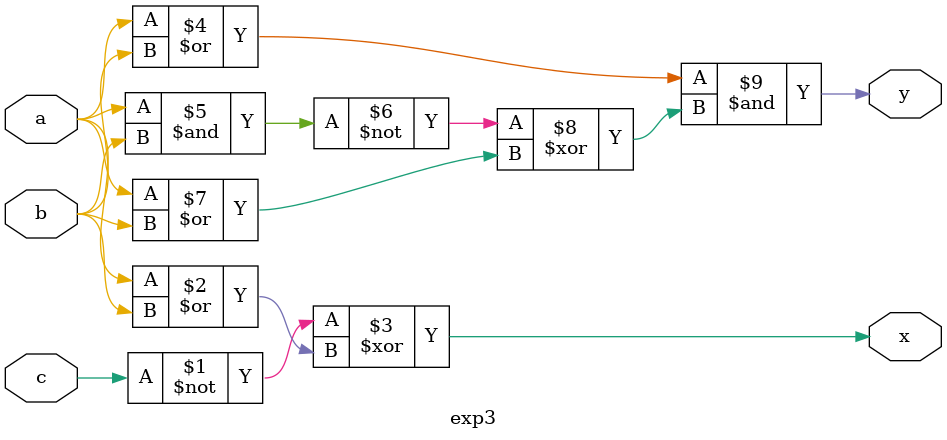
<source format=sv>
module exp3(
    input logic a,b,c,
    output logic x,y
);
assign x=(~c ^ (a | b));
assign y=( (a|b) & (~(a&b) ^ (a|b)));


endmodule
</source>
